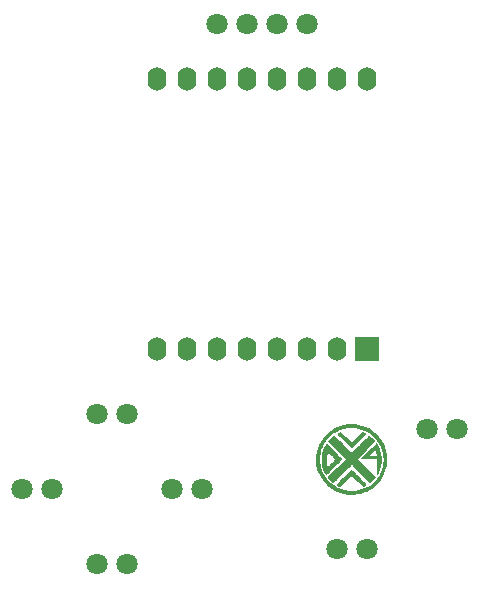
<source format=gbr>
%TF.GenerationSoftware,KiCad,Pcbnew,7.0.9+dfsg-1*%
%TF.CreationDate,2023-12-14T21:32:31+07:00*%
%TF.ProjectId,wifi,77696669-2e6b-4696-9361-645f70636258,rev?*%
%TF.SameCoordinates,Original*%
%TF.FileFunction,Soldermask,Top*%
%TF.FilePolarity,Negative*%
%FSLAX46Y46*%
G04 Gerber Fmt 4.6, Leading zero omitted, Abs format (unit mm)*
G04 Created by KiCad (PCBNEW 7.0.9+dfsg-1) date 2023-12-14 21:32:31*
%MOMM*%
%LPD*%
G01*
G04 APERTURE LIST*
%ADD10C,1.800000*%
%ADD11R,2.000000X2.000000*%
%ADD12O,1.600000X2.000000*%
G04 APERTURE END LIST*
%TO.C,*%
G36*
X164657949Y-116198845D02*
G01*
X164758766Y-116298655D01*
X164852784Y-116390333D01*
X164936954Y-116471013D01*
X165008224Y-116537826D01*
X165063545Y-116587907D01*
X165099867Y-116618388D01*
X165113142Y-116626727D01*
X165134565Y-116615529D01*
X165178826Y-116579859D01*
X165244951Y-116520616D01*
X165331967Y-116438699D01*
X165438899Y-116335007D01*
X165564772Y-116210436D01*
X165568397Y-116206819D01*
X165993300Y-115782719D01*
X166081616Y-115813112D01*
X166137640Y-115834871D01*
X166200099Y-115862886D01*
X166260847Y-115892979D01*
X166311740Y-115920970D01*
X166344635Y-115942682D01*
X166352603Y-115952145D01*
X166340628Y-115965793D01*
X166306631Y-116000883D01*
X166253502Y-116054571D01*
X166184135Y-116124010D01*
X166101420Y-116206354D01*
X166008249Y-116298758D01*
X165907513Y-116398376D01*
X165802105Y-116502361D01*
X165694915Y-116607869D01*
X165588836Y-116712052D01*
X165486759Y-116812066D01*
X165391575Y-116905065D01*
X165306176Y-116988202D01*
X165233454Y-117058631D01*
X165176300Y-117113507D01*
X165137606Y-117149985D01*
X165120264Y-117165217D01*
X165119783Y-117165474D01*
X165105589Y-117154345D01*
X165069079Y-117121039D01*
X165012654Y-117067866D01*
X164938717Y-116997137D01*
X164849667Y-116911162D01*
X164747908Y-116812253D01*
X164635839Y-116702720D01*
X164515864Y-116584874D01*
X164493331Y-116562679D01*
X164359314Y-116429995D01*
X164238622Y-116309272D01*
X164132983Y-116202300D01*
X164044125Y-116110873D01*
X163973776Y-116036783D01*
X163923664Y-115981822D01*
X163895518Y-115947784D01*
X163889957Y-115936854D01*
X163916910Y-115913582D01*
X163970647Y-115882953D01*
X164044811Y-115848210D01*
X164133046Y-115812596D01*
X164135134Y-115811813D01*
X164233109Y-115775156D01*
X164657949Y-116198845D01*
G37*
G36*
X165112273Y-118974328D02*
G01*
X165149095Y-119008414D01*
X165205998Y-119062475D01*
X165280656Y-119134261D01*
X165370744Y-119221525D01*
X165473935Y-119322016D01*
X165587904Y-119433486D01*
X165710325Y-119553685D01*
X165769254Y-119611700D01*
X165929583Y-119770310D01*
X166068054Y-119908632D01*
X166184134Y-120026112D01*
X166277290Y-120122197D01*
X166346989Y-120196335D01*
X166392697Y-120247971D01*
X166413883Y-120276554D01*
X166415181Y-120281928D01*
X166394730Y-120298404D01*
X166351292Y-120325004D01*
X166293411Y-120357143D01*
X166229631Y-120390232D01*
X166168498Y-120419687D01*
X166120018Y-120440367D01*
X166108048Y-120441633D01*
X166091547Y-120436049D01*
X166068152Y-120421511D01*
X166035501Y-120395916D01*
X165991232Y-120357159D01*
X165932980Y-120303138D01*
X165858384Y-120231747D01*
X165765080Y-120140884D01*
X165650706Y-120028444D01*
X165589188Y-119967731D01*
X165096138Y-119480732D01*
X164764830Y-119808756D01*
X164666492Y-119906150D01*
X164567054Y-120004689D01*
X164472016Y-120098919D01*
X164386876Y-120183386D01*
X164317135Y-120252635D01*
X164280553Y-120289007D01*
X164220218Y-120347296D01*
X164167255Y-120395221D01*
X164127180Y-120428011D01*
X164105507Y-120440895D01*
X164104922Y-120440931D01*
X164077458Y-120433073D01*
X164029918Y-120412776D01*
X163970676Y-120384371D01*
X163908104Y-120352191D01*
X163850577Y-120320566D01*
X163806466Y-120293828D01*
X163784144Y-120276309D01*
X163783076Y-120274437D01*
X163794007Y-120259598D01*
X163827029Y-120223184D01*
X163879372Y-120167962D01*
X163948262Y-120096697D01*
X164030930Y-120012155D01*
X164124602Y-119917102D01*
X164226506Y-119814304D01*
X164333872Y-119706527D01*
X164443927Y-119596536D01*
X164553899Y-119487098D01*
X164661017Y-119380978D01*
X164762509Y-119280943D01*
X164855602Y-119189757D01*
X164937526Y-119110188D01*
X165005508Y-119045000D01*
X165056777Y-118996960D01*
X165088561Y-118968834D01*
X165097858Y-118962466D01*
X165112273Y-118974328D01*
G37*
G36*
X163034824Y-116799588D02*
G01*
X163058223Y-116821942D01*
X163103278Y-116865652D01*
X163166865Y-116927647D01*
X163245857Y-117004859D01*
X163337129Y-117094220D01*
X163437556Y-117192660D01*
X163544013Y-117297111D01*
X163653372Y-117404503D01*
X163762510Y-117511769D01*
X163868301Y-117615838D01*
X163967619Y-117713643D01*
X164057339Y-117802114D01*
X164134336Y-117878183D01*
X164195483Y-117938781D01*
X164226288Y-117969458D01*
X164338105Y-118081175D01*
X164140594Y-118270865D01*
X164082309Y-118327275D01*
X164003618Y-118404087D01*
X163908753Y-118497132D01*
X163801947Y-118602246D01*
X163687435Y-118715261D01*
X163569450Y-118832012D01*
X163454196Y-118946373D01*
X163346408Y-119053039D01*
X163245939Y-119151608D01*
X163155529Y-119239454D01*
X163077919Y-119313952D01*
X163015849Y-119372477D01*
X162972060Y-119412405D01*
X162949292Y-119431111D01*
X162946979Y-119432192D01*
X162928329Y-119418346D01*
X162901338Y-119383092D01*
X162885911Y-119358254D01*
X162782396Y-119151780D01*
X162692528Y-118914454D01*
X162616822Y-118647646D01*
X162613025Y-118631918D01*
X162597723Y-118544063D01*
X162586327Y-118430197D01*
X162578919Y-118298893D01*
X162577054Y-118220463D01*
X162972551Y-118220463D01*
X162988837Y-118394779D01*
X163023925Y-118565875D01*
X163065022Y-118694128D01*
X163081654Y-118723974D01*
X163103738Y-118725208D01*
X163114158Y-118720272D01*
X163135225Y-118703136D01*
X163176463Y-118664632D01*
X163234008Y-118608554D01*
X163303998Y-118538694D01*
X163382570Y-118458846D01*
X163427473Y-118412635D01*
X163507180Y-118329377D01*
X163577957Y-118253788D01*
X163636427Y-118189613D01*
X163679212Y-118140597D01*
X163702933Y-118110484D01*
X163706626Y-118103166D01*
X163694156Y-118086816D01*
X163660568Y-118051092D01*
X163610292Y-118000241D01*
X163547762Y-117938506D01*
X163477407Y-117870136D01*
X163403659Y-117799374D01*
X163330949Y-117730468D01*
X163263710Y-117667662D01*
X163206371Y-117615203D01*
X163163366Y-117577336D01*
X163139124Y-117558307D01*
X163136605Y-117557019D01*
X163120053Y-117567463D01*
X163102511Y-117600032D01*
X163102395Y-117600340D01*
X163086096Y-117641965D01*
X163061923Y-117701730D01*
X163038738Y-117757948D01*
X162997277Y-117894072D01*
X162975289Y-118050902D01*
X162972551Y-118220463D01*
X162577054Y-118220463D01*
X162575585Y-118158723D01*
X162576408Y-118018261D01*
X162581474Y-117886080D01*
X162590866Y-117770753D01*
X162603721Y-117685339D01*
X162671293Y-117418353D01*
X162759217Y-117170385D01*
X162865587Y-116946544D01*
X162904993Y-116877876D01*
X162981681Y-116750477D01*
X163034824Y-116799588D01*
G37*
G36*
X167223328Y-116750084D02*
G01*
X167252841Y-116789156D01*
X167289937Y-116846338D01*
X167330606Y-116915136D01*
X167370839Y-116989054D01*
X167406394Y-117061104D01*
X167469407Y-117212160D01*
X167529187Y-117383411D01*
X167580837Y-117560300D01*
X167599658Y-117635871D01*
X167610933Y-117690720D01*
X167619243Y-117749573D01*
X167624960Y-117818617D01*
X167628457Y-117904038D01*
X167630105Y-118012023D01*
X167630289Y-118144795D01*
X167629265Y-118285150D01*
X167626198Y-118399073D01*
X167619824Y-118494919D01*
X167608879Y-118581041D01*
X167592098Y-118665795D01*
X167568218Y-118757535D01*
X167535975Y-118864614D01*
X167508181Y-118951838D01*
X167484140Y-119019087D01*
X167452977Y-119095865D01*
X167417815Y-119175656D01*
X167381778Y-119251944D01*
X167347990Y-119318214D01*
X167319575Y-119367948D01*
X167299656Y-119394632D01*
X167294577Y-119397398D01*
X167272902Y-119385812D01*
X167251258Y-119365583D01*
X167243553Y-119354059D01*
X167237340Y-119335945D01*
X167232462Y-119307735D01*
X167228764Y-119265924D01*
X167226087Y-119207007D01*
X167224276Y-119127478D01*
X167223173Y-119023833D01*
X167222622Y-118892566D01*
X167222466Y-118730172D01*
X167222466Y-118721884D01*
X167222208Y-118552600D01*
X167221369Y-118415350D01*
X167219851Y-118307376D01*
X167217556Y-118225922D01*
X167214386Y-118168230D01*
X167210242Y-118131543D01*
X167205029Y-118113103D01*
X167200720Y-118109576D01*
X167178762Y-118109501D01*
X167126144Y-118109476D01*
X167046998Y-118109501D01*
X166945458Y-118109571D01*
X166825658Y-118109685D01*
X166691730Y-118109839D01*
X166571903Y-118109996D01*
X166408917Y-118110087D01*
X166277189Y-118109754D01*
X166173186Y-118108841D01*
X166093371Y-118107190D01*
X166034211Y-118104646D01*
X165992171Y-118101051D01*
X165963715Y-118096249D01*
X165945308Y-118090082D01*
X165933417Y-118082393D01*
X165932553Y-118081628D01*
X165907561Y-118050399D01*
X165900274Y-118029073D01*
X165912309Y-118012195D01*
X165946530Y-117973929D01*
X166000110Y-117917079D01*
X166070222Y-117844445D01*
X166116817Y-117796850D01*
X166624450Y-117796850D01*
X166925462Y-117796850D01*
X167226475Y-117796850D01*
X167214341Y-117699728D01*
X167202595Y-117633905D01*
X167183906Y-117559793D01*
X167160924Y-117484981D01*
X167136302Y-117417057D01*
X167112691Y-117363611D01*
X167092743Y-117332230D01*
X167084151Y-117327124D01*
X167069216Y-117338922D01*
X167034992Y-117371134D01*
X166986196Y-117418991D01*
X166927546Y-117477720D01*
X166863758Y-117542550D01*
X166799551Y-117608709D01*
X166739641Y-117671427D01*
X166688746Y-117725932D01*
X166675547Y-117740404D01*
X166624450Y-117796850D01*
X166116817Y-117796850D01*
X166154041Y-117758828D01*
X166248738Y-117663030D01*
X166351489Y-117559852D01*
X166459466Y-117452096D01*
X166569842Y-117342562D01*
X166679791Y-117234052D01*
X166786487Y-117129367D01*
X166887103Y-117031309D01*
X166978812Y-116942678D01*
X167058788Y-116866277D01*
X167124203Y-116804906D01*
X167172233Y-116761367D01*
X167200049Y-116738461D01*
X167205409Y-116735617D01*
X167223328Y-116750084D01*
G37*
G36*
X164122247Y-116565037D02*
G01*
X164241967Y-116684111D01*
X164365217Y-116806443D01*
X164487174Y-116927261D01*
X164603011Y-117041793D01*
X164707904Y-117145267D01*
X164797026Y-117232912D01*
X164855851Y-117290496D01*
X165107523Y-117536056D01*
X165210846Y-117435939D01*
X165243769Y-117403795D01*
X165298558Y-117350013D01*
X165372340Y-117277422D01*
X165462244Y-117188855D01*
X165565397Y-117087141D01*
X165678928Y-116975112D01*
X165799965Y-116855598D01*
X165925636Y-116731429D01*
X165939001Y-116718220D01*
X166061012Y-116597623D01*
X166175426Y-116484540D01*
X166279877Y-116381309D01*
X166371998Y-116290270D01*
X166449422Y-116213761D01*
X166509783Y-116154120D01*
X166550715Y-116113686D01*
X166569851Y-116094798D01*
X166570947Y-116093722D01*
X166589852Y-116098149D01*
X166628614Y-116122936D01*
X166682466Y-116163863D01*
X166746639Y-116216710D01*
X166816365Y-116277256D01*
X166886874Y-116341280D01*
X166953400Y-116404563D01*
X167011173Y-116462883D01*
X167055425Y-116512021D01*
X167078627Y-116543060D01*
X167081534Y-116551807D01*
X167079444Y-116563793D01*
X167070597Y-116580908D01*
X167053227Y-116605042D01*
X167025574Y-116638084D01*
X166985874Y-116681922D01*
X166932365Y-116738447D01*
X166863284Y-116809548D01*
X166776867Y-116897113D01*
X166671354Y-117003032D01*
X166544980Y-117129194D01*
X166395984Y-117277489D01*
X166360211Y-117313055D01*
X165620360Y-118048540D01*
X166398929Y-118817483D01*
X167177497Y-119586427D01*
X167134742Y-119646449D01*
X167047478Y-119757593D01*
X166941274Y-119874870D01*
X166826984Y-119986442D01*
X166804041Y-120007091D01*
X166683285Y-120114150D01*
X165967853Y-119403479D01*
X165835099Y-119271594D01*
X165708103Y-119145400D01*
X165589306Y-119027325D01*
X165481148Y-118919797D01*
X165386071Y-118825242D01*
X165306515Y-118746088D01*
X165244921Y-118684762D01*
X165203731Y-118643692D01*
X165187623Y-118627569D01*
X165148669Y-118590834D01*
X165118835Y-118567172D01*
X165108698Y-118562329D01*
X165093706Y-118574204D01*
X165056779Y-118608112D01*
X165000579Y-118661476D01*
X164927771Y-118731722D01*
X164841017Y-118816272D01*
X164742980Y-118912552D01*
X164636324Y-119017985D01*
X164588416Y-119065553D01*
X164391318Y-119261431D01*
X164217693Y-119433806D01*
X164066415Y-119583784D01*
X163936357Y-119712471D01*
X163826394Y-119820971D01*
X163735399Y-119910390D01*
X163662247Y-119981835D01*
X163605812Y-120036410D01*
X163564968Y-120075221D01*
X163538588Y-120099373D01*
X163525547Y-120109972D01*
X163523947Y-120110685D01*
X163509288Y-120098945D01*
X163474383Y-120066393D01*
X163423380Y-120017032D01*
X163360423Y-119954866D01*
X163302672Y-119897026D01*
X163230913Y-119823409D01*
X163166442Y-119754810D01*
X163113948Y-119696410D01*
X163078120Y-119653390D01*
X163065108Y-119634529D01*
X163039598Y-119585692D01*
X163818917Y-118817230D01*
X164598236Y-118048768D01*
X164087988Y-117542281D01*
X163966741Y-117421953D01*
X163843568Y-117299761D01*
X163722842Y-117180039D01*
X163608938Y-117067124D01*
X163506229Y-116965351D01*
X163419088Y-116879056D01*
X163351890Y-116812574D01*
X163347226Y-116807965D01*
X163274513Y-116735289D01*
X163211222Y-116670486D01*
X163161238Y-116617658D01*
X163128440Y-116580908D01*
X163116713Y-116564360D01*
X163128839Y-116546323D01*
X163161952Y-116509712D01*
X163211152Y-116459204D01*
X163271539Y-116399475D01*
X163338214Y-116335202D01*
X163406276Y-116271061D01*
X163470827Y-116211728D01*
X163526966Y-116161880D01*
X163569795Y-116126194D01*
X163592474Y-116110274D01*
X163640316Y-116085137D01*
X164122247Y-116565037D01*
G37*
G36*
X165219787Y-115126144D02*
G01*
X165396582Y-115134596D01*
X165557221Y-115150273D01*
X165659256Y-115166413D01*
X165981706Y-115245774D01*
X166290508Y-115356196D01*
X166583670Y-115496699D01*
X166859200Y-115666299D01*
X167115107Y-115864017D01*
X167166422Y-115909247D01*
X167304388Y-116046098D01*
X167443813Y-116207131D01*
X167577511Y-116382825D01*
X167698297Y-116563659D01*
X167798984Y-116740112D01*
X167810218Y-116762224D01*
X167942162Y-117063224D01*
X168039791Y-117369759D01*
X168103041Y-117681253D01*
X168131851Y-117997134D01*
X168126160Y-118316827D01*
X168085905Y-118639758D01*
X168037290Y-118866781D01*
X167956086Y-119128411D01*
X167844241Y-119391762D01*
X167704922Y-119650338D01*
X167541298Y-119897639D01*
X167521828Y-119924041D01*
X167444376Y-120019789D01*
X167349431Y-120124346D01*
X167242874Y-120232290D01*
X167130586Y-120338202D01*
X167018445Y-120436659D01*
X166912332Y-120522241D01*
X166818127Y-120589528D01*
X166765846Y-120621003D01*
X166728373Y-120642793D01*
X166676851Y-120674549D01*
X166648357Y-120692691D01*
X166522055Y-120765081D01*
X166370474Y-120837198D01*
X166202959Y-120905374D01*
X166028860Y-120965941D01*
X165857524Y-121015232D01*
X165778910Y-121033831D01*
X165526171Y-121081080D01*
X165292033Y-121107760D01*
X165067434Y-121114403D01*
X164843311Y-121101544D01*
X164769452Y-121093304D01*
X164471839Y-121044384D01*
X164194266Y-120972727D01*
X163929508Y-120875665D01*
X163670339Y-120750528D01*
X163409535Y-120594646D01*
X163396198Y-120585915D01*
X163197634Y-120439170D01*
X163002768Y-120264214D01*
X162817332Y-120067573D01*
X162647057Y-119855771D01*
X162497677Y-119635334D01*
X162386868Y-119437012D01*
X162270807Y-119170226D01*
X162180506Y-118887931D01*
X162117202Y-118596721D01*
X162082130Y-118303189D01*
X162080499Y-118218981D01*
X162424629Y-118218981D01*
X162438052Y-118422693D01*
X162468565Y-118620007D01*
X162517907Y-118822873D01*
X162571699Y-118995990D01*
X162676062Y-119253965D01*
X162811505Y-119501964D01*
X162974916Y-119736482D01*
X163163188Y-119954012D01*
X163373210Y-120151047D01*
X163601874Y-120324082D01*
X163846071Y-120469611D01*
X163904564Y-120499045D01*
X164065555Y-120569884D01*
X164242017Y-120634684D01*
X164424359Y-120690682D01*
X164602988Y-120735113D01*
X164768311Y-120765213D01*
X164865137Y-120775862D01*
X165103666Y-120785334D01*
X165326961Y-120776767D01*
X165374459Y-120772552D01*
X165647600Y-120730403D01*
X165922111Y-120658468D01*
X166187854Y-120559799D01*
X166370000Y-120472899D01*
X166450661Y-120429675D01*
X166524663Y-120388825D01*
X166584077Y-120354801D01*
X166620978Y-120332058D01*
X166622261Y-120331179D01*
X166703735Y-120271313D01*
X166795606Y-120198268D01*
X166889921Y-120118891D01*
X166978728Y-120040031D01*
X167054075Y-119968536D01*
X167102556Y-119917578D01*
X167151882Y-119859708D01*
X167205520Y-119794234D01*
X167258906Y-119727056D01*
X167307478Y-119664073D01*
X167346674Y-119611184D01*
X167371932Y-119574289D01*
X167379041Y-119560087D01*
X167388183Y-119541044D01*
X167410699Y-119506282D01*
X167415912Y-119498865D01*
X167470614Y-119410382D01*
X167529191Y-119295112D01*
X167588560Y-119160361D01*
X167645635Y-119013433D01*
X167697332Y-118861633D01*
X167727124Y-118761910D01*
X167758787Y-118617551D01*
X167781190Y-118448799D01*
X167794122Y-118264858D01*
X167797375Y-118074933D01*
X167790738Y-117888227D01*
X167774002Y-117713944D01*
X167753760Y-117592345D01*
X167679899Y-117316526D01*
X167574161Y-117045403D01*
X167439428Y-116785189D01*
X167278584Y-116542097D01*
X167247171Y-116500754D01*
X167169719Y-116407402D01*
X167078269Y-116307462D01*
X166979909Y-116207868D01*
X166881727Y-116115554D01*
X166790809Y-116037455D01*
X166717946Y-115982959D01*
X166676612Y-115954804D01*
X166624345Y-115918551D01*
X166604863Y-115904888D01*
X166417680Y-115789573D01*
X166204947Y-115687188D01*
X165974253Y-115600055D01*
X165733186Y-115530497D01*
X165489334Y-115480835D01*
X165250286Y-115453391D01*
X165113646Y-115448559D01*
X164991401Y-115453520D01*
X164847878Y-115467847D01*
X164694804Y-115489887D01*
X164543904Y-115517989D01*
X164426042Y-115545425D01*
X164145020Y-115636114D01*
X163874048Y-115758521D01*
X163616852Y-115910146D01*
X163377155Y-116088492D01*
X163158681Y-116291060D01*
X162965155Y-116515354D01*
X162949819Y-116535548D01*
X162784147Y-116784232D01*
X162648407Y-117048477D01*
X162543710Y-117325181D01*
X162471166Y-117611243D01*
X162431887Y-117903560D01*
X162426563Y-117996918D01*
X162424629Y-118218981D01*
X162080499Y-118218981D01*
X162076526Y-118013930D01*
X162088039Y-117843062D01*
X162138297Y-117517146D01*
X162220376Y-117204566D01*
X162333453Y-116906609D01*
X162476707Y-116624562D01*
X162649317Y-116359712D01*
X162850459Y-116113348D01*
X163079312Y-115886757D01*
X163335056Y-115681226D01*
X163565304Y-115528672D01*
X163632649Y-115488792D01*
X163689632Y-115456750D01*
X163729384Y-115436303D01*
X163744122Y-115430822D01*
X163767701Y-115423479D01*
X163811999Y-115404340D01*
X163860942Y-115380752D01*
X163951298Y-115340786D01*
X164066613Y-115298045D01*
X164197524Y-115255456D01*
X164334665Y-115215945D01*
X164468672Y-115182439D01*
X164551746Y-115164864D01*
X164692814Y-115144277D01*
X164857867Y-115130971D01*
X165036870Y-115124931D01*
X165219787Y-115126144D01*
G37*
%TD*%
D10*
%TO.C,UP*%
X143510000Y-114300000D03*
X146050000Y-114300000D03*
%TD*%
%TO.C,LEFT*%
X137190000Y-120650000D03*
X139730000Y-120650000D03*
%TD*%
%TO.C,DOWN*%
X143540000Y-127000000D03*
X146080000Y-127000000D03*
%TD*%
%TO.C,RIGHT*%
X149890000Y-120650000D03*
X152430000Y-120650000D03*
%TD*%
%TO.C,A*%
X171480000Y-115570000D03*
X174020000Y-115570000D03*
%TD*%
%TO.C,B*%
X163860000Y-125730000D03*
X166400000Y-125730000D03*
%TD*%
%TO.C,Display*%
X153670000Y-81280000D03*
X156210000Y-81280000D03*
X158750000Y-81280000D03*
X161290000Y-81280000D03*
%TD*%
D11*
%TO.C,REF\u002A\u002A*%
X166370000Y-108735000D03*
D12*
X163830000Y-108735000D03*
X161290000Y-108735000D03*
X158750000Y-108735000D03*
X156210000Y-108735000D03*
X153670000Y-108735000D03*
X151130000Y-108735000D03*
X148590000Y-108735000D03*
X148590000Y-85875000D03*
X151130000Y-85875000D03*
X153670000Y-85875000D03*
X156210000Y-85875000D03*
X158750000Y-85875000D03*
X161290000Y-85875000D03*
X163830000Y-85875000D03*
X166370000Y-85875000D03*
%TD*%
M02*

</source>
